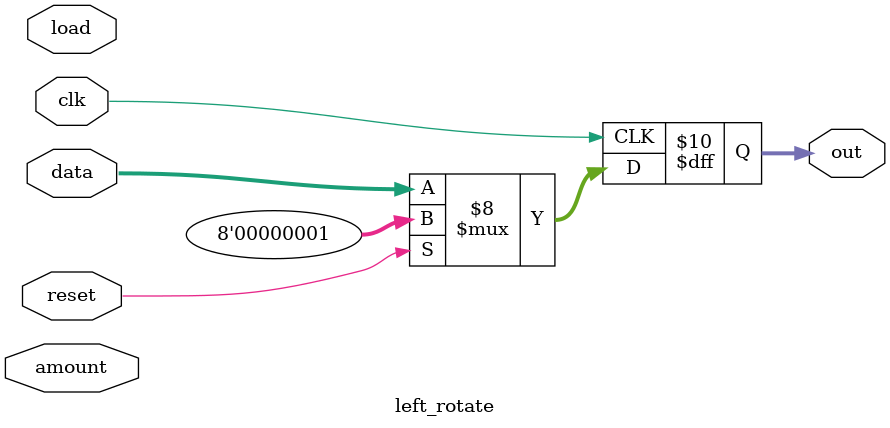
<source format=v>
module left_rotate(clk,reset,amount,data,load,out);
input clk,reset;
input [2:0] amount;
input [7:0] data;
input load;
output reg [7:0] out;
// when load is high, load data to out
// otherwise rotate the out register followed by left shift the out register by amount bits
always@(posedge clk)
begin
if(reset)begin
	out <= 1;
	end
else if(load)begin
	out <= data;
	end
else if (amount > 0)
	out <= {data[7] , data[6], data[5],data[4],data[3],data[2] , data[1] , data[0]};
else
	out <= {data[7] , data[6], data[5],data[4],data[3], data[2] , data[1] , data[0]};
end
endmodule

</source>
